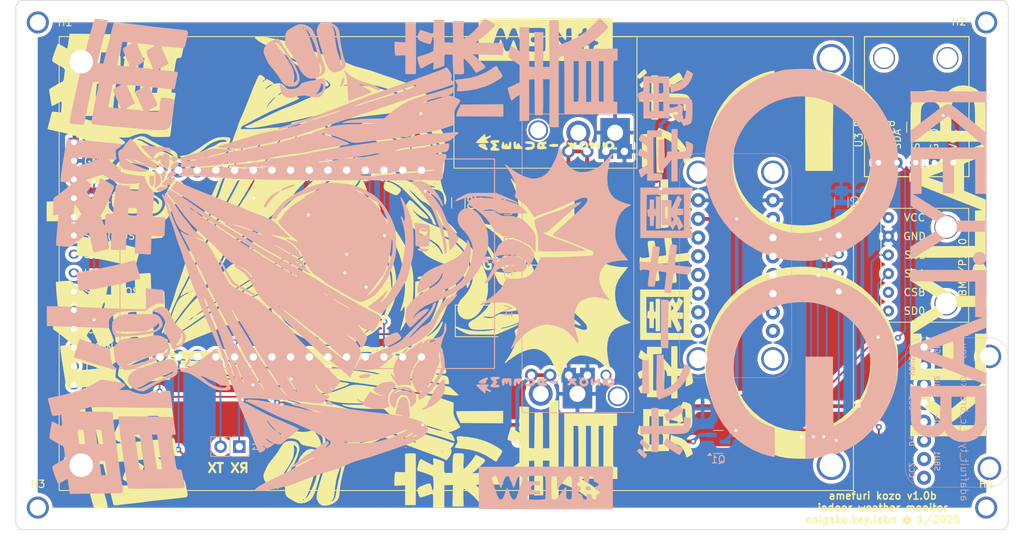
<source format=kicad_pcb>
(kicad_pcb (version 20240108) (generator "pcbnew") (generator_version "8.0")
  (layers (0 "F.Cu" signal) (31 "B.Cu" signal) (34 "B.Paste" user) (35 "F.Paste" user) (36 "B.SilkS" user "B.Silkscreen") (37 "F.SilkS" user "F.Silkscreen") (38 "B.Mask" user) (39 "F.Mask" user) (44 "Edge.Cuts" user))
  (net 0 "")
  (net 1 "VCC")
  (net 2 "Net-(U2-DC{slash}RS)")
  (net 3 "Net-(U2-SD_MOSI)")
  (net 4 "Net-(U2-SCK)")
  (net 5 "Net-(U2-RESET)")
  (net 6 "Net-(U2-SD_CS)")
  (net 7 "Net-(U2-SD_SCK)")
  (net 8 "GND")
  (net 9 "+3V3")
  (net 10 "Net-(U2-CS)")
  (net 11 "Net-(U2-SDO(MISO))")
  (net 12 "Net-(U2-SDI_(MOSI))")
  (net 13 "Net-(U2-SD_MISO)")
  (net 14 "Net-(U2-LED)")
  (net 18 "Net-(U2_BME280-SCL)")
  (net 19 "Net-(U2_BME280-SDA)")
  (net 24 "Net-(J1-Pin_1)")
  (net 33 "Net-(J1-Pin_2)")
  (net 57 "VBUS")
  (net 58 "Net-(Q1-D)")
  (net 59 "Net-(D1-A)")
  (footprint "amefurikozo:amefurikozo_poster" (layer "F.Cu") (at 131.874204 99.860917 180)
    (property "Reference" "G***")
    (property "Value" "LOGO" (hide yes))
  )
  (footprint "Capacitor_SMD:C_1206_3216Metric_Pad1.33x1.80mm_HandSolder" (layer "F.Cu") (at 79.05 77.7 90)
    (property "Reference" "C3")
    (property "Value" "100nF")
  )
  (footprint "usini_sensors:module_bme280" (layer "F.Cu") (at 189.777 106)
    (property "Reference" "U2_BME280" (hide yes))
    (property "Value" "module_bme280" (hide yes))
  )
  (footprint "MountingHole:MountingHole_2.2mm_M2" (layer "F.Cu") (at 69 67)
    (property "Reference" "H1")
    (property "Value" "MountingHole")
  )
  (footprint "MountingHole:MountingHole_2.2mm_M2" (layer "F.Cu") (at 198 67)
    (property "Reference" "H2")
    (property "Value" "MountingHole" (hide yes))
  )
  (footprint "Capacitor_SMD:C_1206_3216Metric_Pad1.33x1.80mm_HandSolder" (layer "F.Cu") (at 126.2 91.5375 -90)
    (property "Reference" "C2")
    (property "Value" "100nF")
  )
  (footprint "MountingHole:MountingHole_2.2mm_M2" (layer "F.Cu") (at 198 133)
    (property "Reference" "H4")
    (property "Value" "MountingHole")
  )
  (footprint "Capacitor_SMD:C_1206_3216Metric_Pad1.33x1.80mm_HandSolder" (layer "F.Cu") (at 183.2 81.25 -90)
    (property "Reference" "C8")
    (property "Value" "10uF")
  )
  (footprint "Capacitor_SMD:C_1206_3216Metric_Pad1.33x1.80mm_HandSolder" (layer "F.Cu") (at 83.4 77.7 90)
    (property "Reference" "C6")
    (property "Value" "10uF")
  )
  (footprint "usini_sensors:module_bh1750" (layer "F.Cu") (at 193.5 86.075 90)
    (property "Reference" "U3_BH1750")
    (property "Value" "module_bh1750")
  )
  (footprint "Capacitor_SMD:C_1206_3216Metric_Pad1.33x1.80mm_HandSolder" (layer "F.Cu") (at 188.1 81.2625 -90)
    (property "Reference" "C1")
    (property "Value" "100nF")
  )
  (footprint "Resistor_SMD:R_1206_3216Metric" (layer "F.Cu") (at 136.186704 99.105917)
    (property "Reference" "R2")
    (property "Value" "1k")
  )
  (footprint "lcd:4.0inch_SPI" (layer "F.Cu") (at 71.9 68.93)
    (property "Reference" "U2")
    (property "Value" "4.0inch_SPI_MSP4021" (hide yes))
  )
  (footprint "Diode_SMD:D_SMB" (layer "F.Cu") (at 129.45 107.6)
    (property "Reference" "D1")
    (property "Value" "1N5819")
  )
  (footprint "Capacitor_SMD:C_1206_3216Metric_Pad1.33x1.80mm_HandSolder" (layer "F.Cu") (at 130.15 91.5625 -90)
    (property "Reference" "C5")
    (property "Value" "10uF")
  )
  (footprint "MountingHole:MountingHole_2.2mm_M2" (layer "F.Cu") (at 69 133)
    (property "Reference" "H3")
    (property "Value" "MountingHole")
  )
  (footprint "Connector_PinHeader_2.54mm:PinHeader_1x02_P2.54mm_Vertical" (layer "B.Cu") (at 96.4 124.7 90)
    (property "Reference" "J1")
    (property "Value" "Conn_01x02" (hide yes))
  )
  (footprint "custom_usbc:Adafruit_USB_Type_C_Breakout_rev_B" (layer "B.Cu") (at 194.005 120.18 90)
    (property "Reference" "adafruit_type_c_breakout_rev_b1")
    (property "Value" "~" (hide yes))
  )
  (footprint "boost_converter:Pololu U3V70F5" (layer "B.Cu") (at 134.861704 120.060917 90)
    (property "Reference" "U1")
    (property "Value" "~")
  )
  (footprint "esp32:MODULE_ESP32_DEVKIT_V1" (layer "B.Cu") (at 105.65 99.8 90)
    (property "Reference" "U_ESP32_DEVKIT_V1")
    (property "Value" "ESP32-DEVKIT-V1")
  )
  (footprint "Capacitor_SMD:C_1206_3216Metric_Pad1.33x1.80mm_HandSolder" (layer "B.Cu") (at 181.7 91.4625 90)
    (property "Reference" "C7")
    (property "Value" "10uF")
  )
  (footprint "Package_TO_SOT_SMD:SOT-23" (layer "B.Cu") (at 161.55 124.0625)
    (property "Reference" "Q1")
    (property "Value" "IRLML6402")
  )
  (footprint "Capacitor_SMD:C_1206_3216Metric_Pad1.33x1.80mm_HandSolder" (layer "B.Cu") (at 178.3 91.4875 90)
    (property "Reference" "C4")
    (property "Value" "100nF")
  )
  (footprint "amefurikozo:amefurikozo_poster" (layer "B.Cu") (at 131.9 99.8 180)
    (property "Reference" "G***")
    (property "Value" "LOGO" (hide yes))
  )
  (footprint "custom_usbc:Adafruit_USB_Type_C_Vertical_Breakout" (layer "B.Cu") (at 164 100.09 90)
    (property "Reference" "adafruit_type_c_vertical_breakout1" (hide yes))
    (property "Value" "~")
  )
  (gr_line (start 200 136) (end 67 136) (stroke (width 0.1)) (layer "Edge.Cuts"))
  (gr_line (start 67 64) (end 200 64) (stroke (width 0.1)) (layer "Edge.Cuts"))
  (gr_arc (start 200 64) (mid 200.707107 64.292893) (end 201 65) (stroke (width 0.1)) (layer "Edge.Cuts"))
  (gr_line (start 201 65) (end 201 135) (stroke (width 0.1)) (layer "Edge.Cuts"))
  (gr_line (start 66 135) (end 66 65) (stroke (width 0.1)) (layer "Edge.Cuts"))
  (gr_arc (start 66 65) (mid 66.292893 64.292893) (end 67 64) (stroke (width 0.1)) (layer "Edge.Cuts"))
  (gr_arc (start 201 135) (mid 200.707107 135.707107) (end 200 136) (stroke (width 0.1)) (layer "Edge.Cuts"))
  (gr_arc (start 67 136) (mid 66.292893 135.707107) (end 66 135) (stroke (width 0.1)) (layer "Edge.Cuts"))
  (gr_text "amefuri kozo v1.0b\nindoor weather monitor\nonigaku.key.labo @ 1/2025" (at 183.925 133 0) (layer "F.SilkS") (effects (font (size 1 1) (thickness 0.2))))
  (gr_text "RX TX" (at 97.86 128.35 0) (layer "F.SilkS") (effects (font (size 1.25 1.25) (thickness 0.3) (bold yes)) (justify left bottom mirror)))
  (segment (start 162.2 119.7) (end 162.35 119.55) (width 0.25) (layer "B.Cu") (net 0))
  (segment (start 188.1125 79.65) (end 188.1 79.6375) (width 0.5) (layer "F.Cu") (net 1))
  (segment (start 126.175 89.95) (end 126.2 89.975) (width 0.508) (layer "F.Cu") (net 1))
  (segment (start 140.175 89.975) (end 141.171704 88.978296) (width 0.508) (layer "F.Cu") (net 1))
  (segment (start 144.8 89.6) (end 153.75 89.6) (width 0.508) (layer "F.Cu") (net 1))
  (segment (start 142.550917 82.000917) (end 143.711704 83.161704) (width 0.508) (layer "F.Cu") (net 1))
  (segment (start 143.711704 84.540917) (end 143.711704 88.511704) (width 0.508) (layer "F.Cu") (net 1))
  (segment (start 188.1 79.6375) (end 188.0625 79.6) (width 0.5) (layer "F.Cu") (net 1))
  (segment (start 141.171704 84.540917) (end 141.171704 83.350917) (width 0.508) (layer "F.Cu") (net 1))
  (segment (start 142.521704 82.000917) (end 142.550917 82.000917) (width 0.508) (layer "F.Cu") (net 1))
  (segment (start 192.15 79.65) (end 188.1125 79.65) (width 0.5) (layer "F.Cu") (net 1))
  (segment (start 73.9 83.29) (end 73.91 83.3) (width 0.508) (layer "F.Cu") (net 1))
  (segment (start 86.85 79.2) (end 75.6 79.2) (width 0.508) (layer "F.Cu") (net 1))
  (segment (start 120.999998 79.3) (end 121.1 79.400002) (width 0.508) (layer "F.Cu") (net 1))
  (segment (start 74 80.8) (end 74 83.25) (width 0.508) (layer "F.Cu") (net 1))
  (segment (start 141.171704 84.540917) (end 143.711704 84.540917) (width 0.508) (layer "F.Cu") (net 1))
  (segment (start 141.171704 83.350917) (end 142.521704 82.000917) (width 0.508) (layer "F.Cu") (net 1))
  (segment (start 141.171704 88.978296) (end 141.171704 84.540917) (width 0.508) (layer "F.Cu") (net 1))
  (segment (start 143.711704 88.511704) (end 144.8 89.6) (width 0.508) (layer "F.Cu") (net 1))
  (segment (start 121.7 89.95) (end 126.175 89.95) (width 0.508) (layer "F.Cu") (net 1))
  (segment (start 155.1875 79.6375) (end 155.1 79.55) (width 0.508) (layer "F.Cu") (net 1))
  (segment (start 86.95 79.3) (end 120.999998 79.3) (width 0.508) (layer "F.Cu") (net 1))
  (segment (start 86.95 79.3) (end 86.85 79.2) (width 0.508) (layer "F.Cu") (net 1))
  (segment (start 126.2 89.975) (end 140.175 89.975) (width 0.508) (layer "F.Cu") (net 1))
  (segment (start 143.711704 83.161704) (end 143.711704 84.540917) (width 0.508) (layer "F.Cu") (net 1))
  (segment (start 188.1 79.6375) (end 155.1875 79.6375) (width 0.508) (layer "F.Cu") (net 1))
  (segment (start 75.6 79.2) (end 74 80.8) (width 0.508) (layer "F.Cu") (net 1))
  (segment (start 121.675 89.975) (end 121.7 89.95) (width 0.508) (layer "F.Cu") (net 1))
  (via (at 192.15 79.65) (size 0.8) (drill 0.4) (layers "F.Cu" "B.Cu") (net 1))
  (via (at 155.1 79.55) (size 0.8) (drill 0.4) (layers "F.Cu" "B.Cu") (net 1))
  (via (at 121.1 79.400002) (size 0.8) (drill 0.4) (layers "F.Cu" "B.Cu") (net 1))
  (via (at 153.75 89.6) (size 0.8) (drill 0.4) (layers "F.Cu" "B.Cu") (net 1))
  (via (at 121.7 89.95) (size 0.8) (drill 0.4) (layers "F.Cu" "B.Cu") (net 1))
  (segment (start 141.040917 84.540917) (end 141.171704 84.540917) (width 0.508) (layer "B.Cu") (net 1))
  (segment (start 121.165 87.1) (end 121.165 89.415) (width 0.508) (layer "B.Cu") (net 1))
  (segment (start 121.165 89.415) (end 121.7 89.95) (width 0.508) (layer "B.Cu") (net 1))
  (segment (start 121.165 79.465002) (end 121.165 87.1) (width 0.508) (layer "B.Cu") (net 1))
  (segment (start 193.4 86.115) (end 193.45 86.065) (width 0.508) (layer "B.Cu") (net 1))
  (segment (start 153.75 89.6) (end 153.75 80.9) (width 0.508) (layer "B.Cu") (net 1))
  (segment (start 192.15 79.65) (end 193.5 81) (width 0.508) (layer "B.Cu") (net 1))
  (segment (start 121.1 79.400002) (end 121.165 79.465002) (width 0.508) (layer "B.Cu") (net 1))
  (segment (start 193.5 81) (end 193.5 86.2) (width 0.508) (layer "B.Cu") (net 1))
  (segment (start 153.75 80.9) (end 155.1 79.55) (width 0.508) (layer "B.Cu") (net 1))
  (segment (start 105.8 93.2) (end 105.55 93.45) (width 0.25) (layer "F.Cu") (net 2))
  (segment (start 105.55 93.45) (end 73.9 93.45) (width 0.25) (layer "F.Cu") (net 2))
  (via (at 105.8 93.2) (size 0.8) (drill 0.4) (layers "F.Cu" "B.Cu") (net 2))
  (segment (start 105.85 93.15) (end 105.85 87.175) (width 0.25) (layer "B.Cu") (net 2))
  (segment (start 105.85 87.175) (end 105.925 87.1) (width 0.25) (layer "B.Cu") (net 2))
  (segment (start 105.8 93.2) (end 105.85 93.15) (width 0.25) (layer "B.Cu") (net 2))
  (segment (start 178.04 98.49) (end 177.98 98.49) (width 0.25) (layer "F.Cu") (net 3))
  (segment (start 113.625305 126.95) (end 172.000016 126.95) (width 0.25) (layer "F.Cu") (net 3))
  (segment (start 104.600305 117.925) (end 113.625305 126.95) (width 0.25) (layer "F.Cu") (net 3))
  (segment (start 175.596016 123.354) (end 175.9 123.354) (width 0.25) (layer "F.Cu") (net 3))
  (segment (start 86.275 117.925) (end 104.600305 117.925) (width 0.25) (layer "F.Cu") (net 3))
  (segment (start 172.000016 126.95) (end 175.596016 123.354) (width 0.25) (layer "F.Cu") (net 3))
  (segment (start 176.3 98.7) (end 177.83 98.7) (width 0.25) (layer "F.Cu") (net 3))
  (segment (start 177.83 98.7) (end 178.04 98.49) (width 0.25) (layer "F.Cu") (net 3))
  (segment (start 85.55 117.2) (end 86.275 117.925) (width 0.25) (layer "F.Cu") (net 3))
  (segment (start 177.98 98.49) (end 177.94 98.53) (width 0.25) (layer "F.Cu") (net 3))
  (via (at 85.55 117.2) (size 0.8) (drill 0.4) (layers "F.Cu" "B.Cu") (net 3))
  (via (at 176.3 98.7) (size 0.8) (drill 0.4) (layers "F.Cu" "B.Cu") (net 3))
  (via (at 175.9 123.354) (size 0.8) (drill 0.4) (layers "F.Cu" "B.Cu") (net 3))
  (segment (start 85.55 117.2) (end 85.55 112.555) (width 0.25) (layer "B.Cu") (net 3))
  (segment (start 85.55 112.555) (end 85.605 112.5) (width 0.25) (layer "B.Cu") (net 3))
  (segment (start 176.3 122.954) (end 175.9 123.354) (width 0.25) (layer "B.Cu") (net 3))
  (segment (start 176.3 98.7) (end 176.3 122.954) (width 0.25) (layer "B.Cu") (net 3))
  (segment (start 111 98.53) (end 73.9 98.53) (width 0.25) (layer "F.Cu") (net 4))
  (via (at 111 98.53) (size 0.8) (drill 0.4) (layers "F.Cu" "B.Cu") (net 4))
  (segment (start 111 98.53) (end 111 96.2) (width 0.25) (layer "B.Cu") (net 4))
  (segment (start 110.95 87.155) (end 111.005 87.1) (width 0.25) (layer "B.Cu") (net 4))
  (segment (start 110.95 96.15) (end 110.95 87.155) (width 0.25) (layer "B.Cu") (net 4))
  (segment (start 111 96.2) (end 110.95 96.15) (width 0.25) (layer "B.Cu") (net 4))
  (segment (start 98.35 90.91) (end 73.9 90.91) (width 0.25) (layer "F.Cu") (net 5))
  (via (at 98.35 90.91) (size 0.8) (drill 0.4) (layers "F.Cu" "B.Cu") (net 5))
  (segment (start 98.35 87.145) (end 98.305 87.1) (width 0.25) (layer "B.Cu") (net 5))
  (segment (start 98.35 90.91) (end 98.35 87.145) (width 0.25) (layer "B.Cu") (net 5))
  (segment (start 104.55 115.5) (end 114.35 125.3) (width 0.25) (layer "F.Cu") (net 6))
  (segment (start 103.45 115.5) (end 104.55 115.5) (width 0.25) (layer "F.Cu") (net 6))
  (segment (start 171.4785 123.354) (end 172.8625 123.354) (width 0.25) (layer "F.Cu") (net 6))
  (segment (start 114.35 125.3) (end 169.5325 125.3) (width 0.25) (layer "F.Cu") (net 6))
  (segment (start 175.91 95.99) (end 175.425 96.475) (width 0.25) (layer "F.Cu") (net 6))
  (segment (start 177.94 95.99) (end 175.91 95.99) (width 0.25) (layer "F.Cu") (net 6))
  (segment (start 169.5325 125.3) (end 171.4785 123.354) (width 0.25) (layer "F.Cu") (net 6))
  (via (at 172.8625 123.354) (size 0.8) (drill 0.4) (layers "F.Cu" "B.Cu") (net 6))
  (via (at 175.425 96.475) (size 0.8) (drill 0.4) (layers "F.Cu" "B.Cu") (net 6))
  (via (at 103.45 115.5) (size 0.8) (drill 0.4) (layers "F.Cu" "B.Cu") (net 6))
  (segment (start 174.175 97.725) (end 174.175 122.0415) (width 0.25) (layer "B.Cu") (net 6))
  (segment (start 175.425 96.475) (end 174.175 97.725) (width 0.25) (layer "B.Cu") (net 6))
  (segment (start 174.175 122.0415) (end 172.8625 123.354) (width 0.25) (layer "B.Cu") (net 6))
  (segment (start 103.45 115.5) (end 103.45 112.565) (width 0.25) (layer "B.Cu") (net 6))
  (segment (start 103.45 112.565) (end 103.385 112.5) (width 0.25) (layer "B.Cu") (net 6))
  (segment (start 104.35 118.7) (end 113.15 127.5) (width 0.25) (layer "F.Cu") (net 7))
  (segment (start 172.850016 127.5) (end 176.500016 123.85) (width 0.25) (layer "F.Cu") (net 7))
  (segment (start 176.500016 123.85) (end 177.6 123.85) (width 0.25) (layer "F.Cu") (net 7))
  (segment (start 113.15 127.5) (end 172.850016 127.5) (width 0.25) (layer "F.Cu") (net 7))
  (segment (start 101.55 118.7) (end 104.35 118.7) (width 0.25) (layer "F.Cu") (net 7))
  (via (at 177.6 123.85) (size 0.8) (drill 0.4) (layers "F.Cu" "B.Cu") (net 7))
  (via (at 101.55 118.7) (size 0.8) (drill 0.4) (layers "F.Cu" "B.Cu") (net 7))
  (segment (start 100.85 112.505) (end 100.845 112.5) (width 0.25) (layer "B.Cu") (net 7))
  (segment (start 177.6 123.85) (end 177.94 123.51) (width 0.25) (layer "B.Cu") (net 7))
  (segment (start 101.55 118.7) (end 100.85 118) (width 0.25) (layer "B.Cu") (net 7))
  (segment (start 100.85 118) (end 100.85 112.505) (width 0.25) (layer "B.Cu") (net 7))
  (segment (start 177.94 123.51) (end 177.94 103.61) (width 0.25) (layer "B.Cu") (net 7))
  (segment (start 158.3445 90.7045) (end 158.83 91.19) (width 0.508) (layer "B.Cu") (net 8))
  (segment (start 155.92155 121.75) (end 158.47155 119.2) (width 0.508) (layer "F.Cu") (net 9))
  (segment (start 158.47155 119.2) (end 180.75 119.2) (width 0.508) (layer "F.Cu") (net 9))
  (segment (start 121.35 121.75) (end 155.92155 121.75) (width 0.508) (layer "F.Cu") (net 9))
  (via (at 180.75 119.2) (size 0.8) (drill 0.4) (layers "F.Cu" "B.Cu") (net 9))
  (via (at 121.35 121.75) (size 0.8) (drill 0.4) (layers "F.Cu" "B.Cu") (net 9))
  (segment (start 181.15 95.9) (end 181.15 118.8) (width 0.508) (layer "B.Cu") (net 9))
  (segment (start 184.393 93.25) (end 178.5 93.25) (width 0.508) (layer "B.Cu") (net 9))
  (segment (start 181.15 118.8) (end 180.75 119.2) (width 0.508) (layer "B.Cu") (net 9))
  (segment (start 178.5 93.25) (end 181.15 95.9) (width 0.508) (layer "B.Cu") (net 9))
  (segment (start 121.165 121.565) (end 121.35 121.75) (width 0.508) (layer "B.Cu") (net 9))
  (segment (start 121.165 112.5) (end 121.165 121.565) (width 0.508) (layer "B.Cu") (net 9))
  (segment (start 184.697 93.554) (end 184.393 93.25) (width 0.508) (layer "B.Cu") (net 9))
  (segment (start 76.65 88.6) (end 76.42 88.37) (width 0.25) (layer "F.Cu") (net 10))
  (segment (start 76.42 88.37) (end 73.9 88.37) (width 0.25) (layer "F.Cu") (net 10))
  (segment (start 115.9 107.45) (end 116.15 107.7) (width 0.25) (layer "F.Cu") (net 10))
  (segment (start 76.65 107.45) (end 115.9 107.45) (width 0.25) (layer "F.Cu") (net 10))
  (via (at 116.15 107.7) (size 0.8) (drill 0.4) (layers "F.Cu" "B.Cu") (net 10))
  (via (at 76.65 88.6) (size 0.8) (drill 0.4) (layers "F.Cu" "B.Cu") (net 10))
  (via (at 76.65 107.45) (size 0.8) (drill 0.4) (layers "F.Cu" "B.Cu") (net 10))
  (segment (start 76.65 106.1) (end 76.65 88.6) (width 0.25) (layer "B.Cu") (net 10))
  (segment (start 76.65 106.15) (end 76.65 107.45) (width 0.25) (layer "B.Cu") (net 10))
  (segment (start 116.085 112.5) (end 116.085 107.765) (width 0.25) (layer "B.Cu") (net 10))
  (segment (start 116.085 107.765) (end 116.15 107.7) (width 0.25) (layer "B.Cu") (net 10))
  (segment (start 113.04 103.61) (end 73.9 103.61) (width 0.25) (layer "F.Cu") (net 11))
  (segment (start 113.65 103) (end 113.04 103.61) (width 0.25) (layer "F.Cu") (net 11))
  (via (at 113.65 103) (size 0.8) (drill 0.4) (layers "F.Cu" "B.Cu") (net 11))
  (segment (start 113.65 103) (end 114.15 102.5) (width 0.25) (layer "B.Cu") (net 11))
  (segment (start 114.15 102.5) (end 114.15 87.705) (width 0.25) (layer "B.Cu") (net 11))
  (segment (start 114.15 87.705) (end 113.545 87.1) (width 0.25) (layer "B.Cu") (net 11))
  (segment (start 116.15 95.99) (end 73.9 95.99) (width 0.25) (layer "F.Cu") (net 12))
  (via (at 116.15 95.99) (size 0.8) (drill 0.4) (layers "F.Cu" "B.Cu") (net 12))
  (segment (start 116.15 95.99) (end 116.15 87.165) (width 0.25) (layer "B.Cu") (net 12))
  (segment (start 116.15 87.165) (end 116.085 87.1) (width 0.25) (layer "B.Cu") (net 12))
  (segment (start 174.175 123.679) (end 174.5 123.354) (width 0.25) (layer "F.Cu") (net 13))
  (segment (start 113.948097 126) (end 171.312516 126) (width 0.25) (layer "F.Cu") (net 13))
  (segment (start 171.312516 126) (end 173.633516 123.679) (width 0.25) (layer "F.Cu") (net 13))
  (segment (start 104.248097 116.3) (end 113.948097 126) (width 0.25) (layer "F.Cu") (net 13))
  (segment (start 173.633516 123.679) (end 174.175 123.679) (width 0.25) (layer "F.Cu") (net 13))
  (segment (start 177.94 101.07) (end 175.566243 101.07) (width 0.25) (layer "F.Cu") (net 13))
  (segment (start 98.25 116.3) (end 104.248097 116.3) (width 0.25) (layer "F.Cu") (net 13))
  (segment (start 175.566243 101.07) (end 175.175502 101.460741) (width 0.25) (layer "F.Cu") (net 13))
  (via (at 98.25 116.3) (size 0.8) (drill 0.4) (layers "F.Cu" "B.Cu") (net 13))
  (via (at 174.5 123.354) (size 0.8) (drill 0.4) (layers "F.Cu" "B.Cu") (net 13))
  (via (at 175.175502 101.460741) (size 0.8) (drill 0.4) (layers "F.Cu" "B.Cu") (net 13))
  (segment (start 175.175502 101.460741) (end 175.1 101.536243) (width 0.25) (layer "B.Cu") (net 13))
  (segment (start 175.1 101.536243) (end 175.1 122.754) (width 0.25) (layer "B.Cu") (net 13))
  (segment (start 175.1 122.754) (end 174.5 123.354) (width 0.25) (layer "B.Cu") (net 13))
  (segment (start 98.25 112.555) (end 98.305 112.5) (width 0.25) (layer "B.Cu") (net 13))
  (segment (start 98.25 116.3) (end 98.25 112.555) (width 0.25) (layer "B.Cu") (net 13))
  (segment (start 110.75 101.07) (end 73.9 101.07) (width 0.25) (layer "F.Cu") (net 14))
  (via (at 110.75 101.07) (size 0.8) (drill 0.4) (layers "F.Cu" "B.Cu") (net 14))
  (segment (start 111 112.495) (end 111.005 112.5) (width 0.25) (layer "B.Cu") (net 14))
  (segment (start 110.75 101.07) (end 111 101.32) (width 0.25) (layer "B.Cu") (net 14))
  (segment (start 111 101.32) (end 111 112.495) (width 0.25) (layer "B.Cu") (net 14))
  (segment (start 183.4 122.05) (end 183.4 125.3) (width 0.25) (layer "F.Cu") (net 18))
  (segment (start 177.7 131) (end 94.000002 131) (width 0.25) (layer "F.Cu") (net 18))
  (segment (start 94.000002 131) (end 88.1 125.099998) (width 0.25) (layer "F.Cu") (net 18))
  (segment (start 183.4 125.3) (end 177.7 131) (width 0.25) (layer "F.Cu") (net 18))
  (via (at 183.4 122.05) (size 0.8) (drill 0.4) (layers "F.Cu" "B.Cu") (net 18))
  (via (at 88.1 125.099998) (size 0.8) (drill 0.4) (layers "F.Cu" "B.Cu") (net 18))
  (segment (start 183.364032 98.634) (end 184.697 98.634) (width 0.25) (layer "B.Cu") (net 18))
  (segment (start 183.4 122.05) (end 183.05 121.7) (width 0.25) (layer "B.Cu") (net 18))
  (segment (start 182.4 121.05) (end 182.4 99.598032) (width 0.25) (layer "B.Cu") (net 18))
  (segment (start 183.05 116.213223) (end 187.7 111.563223) (width 0.25) (layer "B.Cu") (net 18))
  (segment (start 187.7 86.735) (end 188.37 86.065) (width 0.25) (layer "B.Cu") (net 18))
  (segment (start 187.7 111.563223) (end 187.7 86.735) (width 0.25) (layer "B.Cu") (net 18))
  (segment (start 182.4 99.598032) (end 183.364032 98.634) (width 0.25) (layer "B.Cu") (net 18))
  (segment (start 183.05 121.7) (end 183.05 116.213223) (width 0.25) (layer "B.Cu") (net 18))
  (segment (start 88.145 112.5) (end 88.145 125.054998) (width 0.25) (layer "B.Cu") (net 18))
  (segment (start 183.4 122.05) (end 182.4 121.05) (width 0.25) (layer "B.Cu") (net 18))
  (segment (start 88.145 125.054998) (end 88.1 125.099998) (width 0.25) (layer "B.Cu") (net 18))
  (segment (start 186 109.9) (end 183.4 109.9) (width 0.25) (layer "F.Cu") (net 19))
  (segment (start 95.8 110.5) (end 96.9 109.4) (width 0.25) (layer "F.Cu") (net 19))
  (segment (start 183.4 109.9) (end 183.3 109.8) (width 0.25) (layer "F.Cu") (net 19))
  (segment (start 175.35 117.75) (end 183.3 109.8) (width 0.25) (layer "F.Cu") (net 19))
  (segment (start 154.95 117.75) (end 175.35 117.75) (width 0.25) (layer "F.Cu") (net 19))
  (segment (start 146.6 109.4) (end 154.95 117.75) (width 0.25) (layer "F.Cu") (net 19))
  (segment (start 96.9 109.4) (end 146.6 109.4) (width 0.25) (layer "F.Cu") (net 19))
  (via (at 183.3 109.8) (size 0.8) (drill 0.4) (layers "F.Cu" "B.Cu") (net 19))
  (via (at 186 109.9) (size 0.8) (drill 0.4) (layers "F.Cu" "B.Cu") (net 19))
  (via (at 95.8 110.5) (size 0.8) (drill 0.4) (layers "F.Cu" "B.Cu") (net 19))
  (segment (start 186.975 87.21) (end 186.975 108.925) (width 0.25) (layer "B.Cu") (net 19))
  (segment (start 183.3 109.8) (end 183.3 102.571) (width 0.25) (layer "B.Cu") (net 19))
  (segment (start 183.3 102.571) (end 184.697 101.174) (width 0.25) (layer "B.Cu") (net 19))
  (segment (start 186.975 108.925) (end 186 109.9) (width 0.25) (layer "B.Cu") (net 19))
  (segment (start 185.83 86.065) (end 186.975 87.21) (width 0.25) (layer "B.Cu") (net 19))
  (segment (start 95.8 112.465) (end 95.765 112.5) (width 0.25) (layer "B.Cu") (net 19))
  (segment (start 95.8 110.5) (end 95.8 112.465) (width 0.25) (layer "B.Cu") (net 19))
  (segment (start 96.375 115.65) (end 96.375 124.575) (width 0.25) (layer "B.Cu") (net 24))
  (segment (start 96.375 124.575) (end 96.3 124.65) (width 0.25) (layer "B.Cu") (net 24))
  (segment (start 93.225 112.5) (end 96.375 115.65) (width 0.25) (layer "B.Cu") (net 24))
  (segment (start 93.835 115.65) (end 93.835 124.575) (width 0.25) (layer "B.Cu") (net 33))
  (segment (start 90.685 112.5) (end 93.835 115.65) (width 0.25) (layer "B.Cu") (net 33))
  (segment (start 93.835 124.575) (end 93.76 124.65) (width 0.25) (layer "B.Cu") (net 33))
  (segment (start 136.131704 114.980917) (end 138.671704 114.980917) (width 0.508) (layer "F.Cu") (net 57))
  (segment (start 137.401704 117.520917) (end 137.401704 116.250917) (width 0.508) (layer "F.Cu") (net 57))
  (segment (start 158.15 124) (end 134.35 124) (width 0.508) (layer "F.Cu") (net 57))
  (segment (start 136.131704 116.250917) (end 137.401704 117.520917) (width 0.508) (layer "F.Cu") (net 57))
  (segment (start 137.401704 116.250917) (end 138.671704 114.980917) (width 0.508) (layer "F.Cu") (net 57))
  (segment (start 134.35 124) (end 134.3 123.95) (width 0.508) (layer "F.Cu") (net 57))
  (segment (start 136.131704 114.980917) (end 136.131704 116.250917) (width 0.508) (layer "F.Cu") (net 57))
  (via (at 158.15 124) (size 0.8) (drill 0.4) (layers "F.Cu" "B.Cu") (net 57))
  (via (at 134.3 123.95) (size 0.8) (drill 0.4) (layers "F.Cu" "B.Cu") (net 57))
  (segment (start 159.05 123.1) (end 160.325 123.1) (width 0.508) (layer "B.Cu") (net 57))
  (segment (start 134.2 116.912621) (end 136.131704 114.980917) (width 0.508) (layer "B.Cu") (net 57))
  (segment (start 134.3 123.95) (end 134.2 123.85) (width 0.508) (layer "B.Cu") (net 57))
  (segment (start 134.2 123.85) (end 134.2 116.912621) (width 0.508) (layer "B.Cu") (net 57))
  (segment (start 158.15 124) (end 159.05 123.1) (width 0.508) (layer "B.Cu") (net 57))
  (segment (start 189.56 113.33) (end 180.389996 122.500004) (width 0.508) (layer "F.Cu") (net 58))
  (segment (start 158.83 93.73) (end 168.99 93.73) (width 0.508) (layer "F.Cu") (net 58))
  (segment (start 189.56 113.33) (end 189.09 113.8) (width 0.5) (layer "F.Cu") (net 58))
  (segment (start 180.389996 122.500004) (end 163.949996 122.500004) (width 0.508) (layer "F.Cu") (net 58))
  (via (at 163.949996 122.500004) (size 0.8) (drill 0.4) (layers "F.Cu" "B.Cu") (net 58))
  (via (at 164.05 93.73) (size 0.8) (drill 0.4) (layers "F.Cu" "B.Cu") (net 58))
  (segment (start 164.05 93.73) (end 164.05 122.4) (width 0.508) (layer "B.Cu") (net 58))
  (segment (start 162.2 124.05) (end 162.4 124.05) (width 0.25) (layer "B.Cu") (net 58))
  (segment (start 164.05 122.4) (end 163.949996 122.500004) (width 0.508) (layer "B.Cu") (net 58))
  (segment (start 162.4 124.05) (end 163.949996 122.500004) (width 0.508) (layer "B.Cu") (net 58))
  (zone (net 8) (net_name "GND") (layers "F&B.Cu") (connect_pads (clearance 0.508)) (min_thickness 0.25) (fill yes (thermal_gap 0.5) (thermal_bridge_width 0.5))
    (polygon (pts (xy 69 67) (xy 198 67) (xy 198 133) (xy 69 133)))
  )
)
</source>
